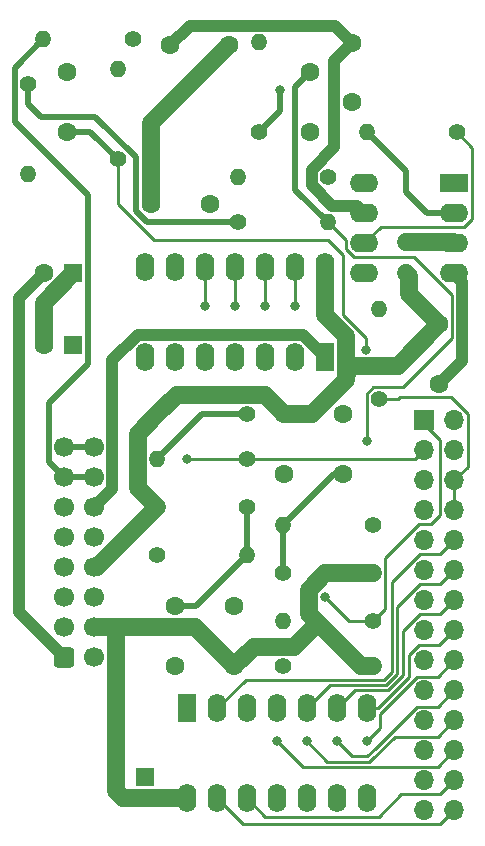
<source format=gbr>
%TF.GenerationSoftware,KiCad,Pcbnew,(5.1.10)-1*%
%TF.CreationDate,2022-02-04T18:42:06-05:00*%
%TF.ProjectId,OutputBoard,4f757470-7574-4426-9f61-72642e6b6963,rev?*%
%TF.SameCoordinates,Original*%
%TF.FileFunction,Copper,L1,Top*%
%TF.FilePolarity,Positive*%
%FSLAX46Y46*%
G04 Gerber Fmt 4.6, Leading zero omitted, Abs format (unit mm)*
G04 Created by KiCad (PCBNEW (5.1.10)-1) date 2022-02-04 18:42:06*
%MOMM*%
%LPD*%
G01*
G04 APERTURE LIST*
%TA.AperFunction,ComponentPad*%
%ADD10O,1.600000X2.400000*%
%TD*%
%TA.AperFunction,ComponentPad*%
%ADD11R,1.600000X2.400000*%
%TD*%
%TA.AperFunction,ComponentPad*%
%ADD12R,1.600000X1.600000*%
%TD*%
%TA.AperFunction,ComponentPad*%
%ADD13C,1.600000*%
%TD*%
%TA.AperFunction,ComponentPad*%
%ADD14C,1.700000*%
%TD*%
%TA.AperFunction,ComponentPad*%
%ADD15R,1.700000X1.700000*%
%TD*%
%TA.AperFunction,ComponentPad*%
%ADD16O,1.700000X1.700000*%
%TD*%
%TA.AperFunction,ComponentPad*%
%ADD17C,1.400000*%
%TD*%
%TA.AperFunction,ComponentPad*%
%ADD18O,1.400000X1.400000*%
%TD*%
%TA.AperFunction,ComponentPad*%
%ADD19R,2.400000X1.600000*%
%TD*%
%TA.AperFunction,ComponentPad*%
%ADD20O,2.400000X1.600000*%
%TD*%
%TA.AperFunction,ViaPad*%
%ADD21C,1.500000*%
%TD*%
%TA.AperFunction,ViaPad*%
%ADD22C,0.800000*%
%TD*%
%TA.AperFunction,Conductor*%
%ADD23C,1.000000*%
%TD*%
%TA.AperFunction,Conductor*%
%ADD24C,1.500000*%
%TD*%
%TA.AperFunction,Conductor*%
%ADD25C,0.500000*%
%TD*%
%TA.AperFunction,Conductor*%
%ADD26C,0.250000*%
%TD*%
G04 APERTURE END LIST*
D10*
%TO.P,U2,14*%
%TO.N,GND*%
X72136000Y-49530000D03*
%TO.P,U2,7*%
%TO.N,LED4_1*%
X56896000Y-57150000D03*
%TO.P,U2,13*%
%TO.N,LED10_1*%
X69596000Y-49530000D03*
%TO.P,U2,6*%
%TO.N,LED3_1*%
X59436000Y-57150000D03*
%TO.P,U2,12*%
%TO.N,LED9_1*%
X67056000Y-49530000D03*
%TO.P,U2,5*%
%TO.N,LED2_1*%
X61976000Y-57150000D03*
%TO.P,U2,11*%
%TO.N,LED8_1*%
X64516000Y-49530000D03*
%TO.P,U2,4*%
%TO.N,Net-(U2-Pad4)*%
X64516000Y-57150000D03*
%TO.P,U2,10*%
%TO.N,LED7_1*%
X61976000Y-49530000D03*
%TO.P,U2,3*%
%TO.N,Net-(C4-Pad1)*%
X67056000Y-57150000D03*
%TO.P,U2,9*%
%TO.N,LED6_1*%
X59436000Y-49530000D03*
%TO.P,U2,2*%
%TO.N,LED1_1*%
X69596000Y-57150000D03*
%TO.P,U2,8*%
%TO.N,LED5_1*%
X56896000Y-49530000D03*
D11*
%TO.P,U2,1*%
%TO.N,+5V*%
X72136000Y-57150000D03*
%TD*%
D12*
%TO.P,C1,1*%
%TO.N,+5V*%
X56896000Y-92710000D03*
D13*
%TO.P,C1,2*%
%TO.N,GND*%
X54396000Y-92710000D03*
%TD*%
%TO.P,C2,2*%
%TO.N,GND*%
X48300000Y-56134000D03*
D12*
%TO.P,C2,1*%
%TO.N,+12V*%
X50800000Y-56134000D03*
%TD*%
%TO.P,C5,1*%
%TO.N,GND*%
X50800000Y-50038000D03*
D13*
%TO.P,C5,2*%
%TO.N,-12V*%
X48300000Y-50038000D03*
%TD*%
%TO.P,C6,2*%
%TO.N,GND*%
X64436000Y-83312000D03*
%TO.P,C6,1*%
%TO.N,+5V*%
X59436000Y-83312000D03*
%TD*%
%TO.P,C7,2*%
%TO.N,GND*%
X68660000Y-61976000D03*
%TO.P,C7,1*%
%TO.N,+5V*%
X73660000Y-61976000D03*
%TD*%
%TO.P,C8,1*%
%TO.N,Left_phone*%
X70866000Y-33020000D03*
%TO.P,C8,2*%
%TO.N,Net-(C8-Pad2)*%
X70866000Y-38020000D03*
%TD*%
%TO.P,C9,1*%
%TO.N,GND*%
X57404000Y-44196000D03*
%TO.P,C9,2*%
%TO.N,-12V*%
X62404000Y-44196000D03*
%TD*%
%TO.P,C10,2*%
%TO.N,+12V*%
X74422000Y-30560000D03*
%TO.P,C10,1*%
%TO.N,GND*%
X74422000Y-35560000D03*
%TD*%
%TO.P,C11,1*%
%TO.N,GND*%
X81788000Y-54356000D03*
%TO.P,C11,2*%
%TO.N,-12V*%
X81788000Y-59356000D03*
%TD*%
%TO.P,C12,2*%
%TO.N,+12V*%
X59008000Y-30734000D03*
%TO.P,C12,1*%
%TO.N,GND*%
X64008000Y-30734000D03*
%TD*%
%TO.P,C13,2*%
%TO.N,Right_phone*%
X50292000Y-38020000D03*
%TO.P,C13,1*%
%TO.N,Net-(C13-Pad1)*%
X50292000Y-33020000D03*
%TD*%
%TO.P,J1,1*%
%TO.N,-12V*%
%TA.AperFunction,ComponentPad*%
G36*
G01*
X49188000Y-83150000D02*
X49188000Y-81950000D01*
G75*
G02*
X49438000Y-81700000I250000J0D01*
G01*
X50638000Y-81700000D01*
G75*
G02*
X50888000Y-81950000I0J-250000D01*
G01*
X50888000Y-83150000D01*
G75*
G02*
X50638000Y-83400000I-250000J0D01*
G01*
X49438000Y-83400000D01*
G75*
G02*
X49188000Y-83150000I0J250000D01*
G01*
G37*
%TD.AperFunction*%
D14*
%TO.P,J1,3*%
%TO.N,GND*%
X50038000Y-80010000D03*
%TO.P,J1,5*%
X50038000Y-77470000D03*
%TO.P,J1,7*%
X50038000Y-74930000D03*
%TO.P,J1,9*%
%TO.N,+12V*%
X50038000Y-72390000D03*
%TO.P,J1,11*%
%TO.N,+5V*%
X50038000Y-69850000D03*
%TO.P,J1,13*%
%TO.N,Right*%
X50038000Y-67310000D03*
%TO.P,J1,15*%
%TO.N,Left*%
X50038000Y-64770000D03*
%TO.P,J1,2*%
%TO.N,-12V*%
X52578000Y-82550000D03*
%TO.P,J1,4*%
%TO.N,GND*%
X52578000Y-80010000D03*
%TO.P,J1,6*%
X52578000Y-77470000D03*
%TO.P,J1,8*%
X52578000Y-74930000D03*
%TO.P,J1,10*%
%TO.N,+12V*%
X52578000Y-72390000D03*
%TO.P,J1,12*%
%TO.N,+5V*%
X52578000Y-69850000D03*
%TO.P,J1,14*%
%TO.N,Right*%
X52578000Y-67310000D03*
%TO.P,J1,16*%
%TO.N,Left*%
X52578000Y-64770000D03*
%TD*%
D15*
%TO.P,J3,1*%
%TO.N,Right*%
X80518000Y-62484000D03*
D16*
%TO.P,J3,2*%
%TO.N,GND*%
X83058000Y-62484000D03*
%TO.P,J3,3*%
%TO.N,Left*%
X80518000Y-65024000D03*
%TO.P,J3,4*%
%TO.N,GND*%
X83058000Y-65024000D03*
%TO.P,J3,5*%
%TO.N,Right_phone*%
X80518000Y-67564000D03*
%TO.P,J3,6*%
%TO.N,Mono_Line*%
X83058000Y-67564000D03*
%TO.P,J3,7*%
%TO.N,Left_phone*%
X80518000Y-70104000D03*
%TO.P,J3,8*%
%TO.N,Mono_Line*%
X83058000Y-70104000D03*
%TO.P,J3,9*%
%TO.N,LED1_1*%
X80518000Y-72644000D03*
%TO.P,J3,10*%
%TO.N,LED1_2*%
X83058000Y-72644000D03*
%TO.P,J3,11*%
%TO.N,LED2_1*%
X80518000Y-75184000D03*
%TO.P,J3,12*%
%TO.N,LED2_2*%
X83058000Y-75184000D03*
%TO.P,J3,13*%
%TO.N,LED3_1*%
X80518000Y-77724000D03*
%TO.P,J3,14*%
%TO.N,LED3_2*%
X83058000Y-77724000D03*
%TO.P,J3,15*%
%TO.N,LED4_1*%
X80518000Y-80264000D03*
%TO.P,J3,16*%
%TO.N,LED4_2*%
X83058000Y-80264000D03*
%TO.P,J3,17*%
%TO.N,LED5_1*%
X80518000Y-82804000D03*
%TO.P,J3,18*%
%TO.N,LED5_2*%
X83058000Y-82804000D03*
%TO.P,J3,19*%
%TO.N,LED6_1*%
X80518000Y-85344000D03*
%TO.P,J3,20*%
%TO.N,LED6_2*%
X83058000Y-85344000D03*
%TO.P,J3,21*%
%TO.N,LED7_1*%
X80518000Y-87884000D03*
%TO.P,J3,22*%
%TO.N,LED7_2*%
X83058000Y-87884000D03*
%TO.P,J3,23*%
%TO.N,LED8_1*%
X80518000Y-90424000D03*
%TO.P,J3,24*%
%TO.N,LED8_2*%
X83058000Y-90424000D03*
%TO.P,J3,25*%
%TO.N,LED9_1*%
X80518000Y-92964000D03*
%TO.P,J3,26*%
%TO.N,LED9_2*%
X83058000Y-92964000D03*
%TO.P,J3,27*%
%TO.N,LED10_1*%
X80518000Y-95504000D03*
%TO.P,J3,28*%
%TO.N,LED10_2*%
X83058000Y-95504000D03*
%TD*%
D17*
%TO.P,R1,1*%
%TO.N,Right*%
X76200000Y-79502000D03*
D18*
%TO.P,R1,2*%
%TO.N,Net-(C3-Pad2)*%
X68580000Y-79502000D03*
%TD*%
%TO.P,R2,2*%
%TO.N,GND*%
X76200000Y-83312000D03*
D17*
%TO.P,R2,1*%
%TO.N,Net-(C3-Pad2)*%
X68580000Y-83312000D03*
%TD*%
%TO.P,R3,1*%
%TO.N,Left*%
X65532000Y-65786000D03*
D18*
%TO.P,R3,2*%
%TO.N,Net-(C4-Pad2)*%
X57912000Y-65786000D03*
%TD*%
%TO.P,R4,2*%
%TO.N,GND*%
X57912000Y-61976000D03*
D17*
%TO.P,R4,1*%
%TO.N,Net-(C4-Pad2)*%
X65532000Y-61976000D03*
%TD*%
%TO.P,R5,1*%
%TO.N,+5V*%
X57912000Y-73914000D03*
D18*
%TO.P,R5,2*%
%TO.N,Net-(C3-Pad1)*%
X65532000Y-73914000D03*
%TD*%
%TO.P,R6,2*%
%TO.N,GND*%
X57912000Y-69850000D03*
D17*
%TO.P,R6,1*%
%TO.N,Net-(C3-Pad1)*%
X65532000Y-69850000D03*
%TD*%
D18*
%TO.P,R7,2*%
%TO.N,Net-(C4-Pad1)*%
X68580000Y-71374000D03*
D17*
%TO.P,R7,1*%
%TO.N,+5V*%
X76200000Y-71374000D03*
%TD*%
%TO.P,R8,1*%
%TO.N,Net-(C4-Pad1)*%
X68580000Y-75438000D03*
D18*
%TO.P,R8,2*%
%TO.N,GND*%
X76200000Y-75438000D03*
%TD*%
%TO.P,R9,2*%
%TO.N,Left*%
X64770000Y-41910000D03*
D17*
%TO.P,R9,1*%
%TO.N,Net-(C8-Pad2)*%
X72390000Y-41910000D03*
%TD*%
%TO.P,R10,1*%
%TO.N,Net-(C8-Pad2)*%
X66548000Y-38100000D03*
D18*
%TO.P,R10,2*%
%TO.N,Left_phone*%
X66548000Y-30480000D03*
%TD*%
D17*
%TO.P,R11,1*%
%TO.N,Net-(R11-Pad1)*%
X64770000Y-45720000D03*
D18*
%TO.P,R11,2*%
%TO.N,Left_phone*%
X72390000Y-45720000D03*
%TD*%
%TO.P,R12,2*%
%TO.N,Right_phone*%
X46990000Y-41656000D03*
D17*
%TO.P,R12,1*%
%TO.N,Net-(R11-Pad1)*%
X46990000Y-34036000D03*
%TD*%
D18*
%TO.P,R13,2*%
%TO.N,Net-(R11-Pad1)*%
X75692000Y-38100000D03*
D17*
%TO.P,R13,1*%
%TO.N,Net-(R13-Pad1)*%
X83312000Y-38100000D03*
%TD*%
%TO.P,R14,1*%
%TO.N,Mono_Line*%
X76708000Y-60706000D03*
D18*
%TO.P,R14,2*%
%TO.N,Net-(R13-Pad1)*%
X76708000Y-53086000D03*
%TD*%
%TO.P,R15,2*%
%TO.N,Net-(C13-Pad1)*%
X54610000Y-32766000D03*
D17*
%TO.P,R15,1*%
%TO.N,Right_phone*%
X54610000Y-40386000D03*
%TD*%
%TO.P,R16,1*%
%TO.N,Net-(C13-Pad1)*%
X55880000Y-30226000D03*
D18*
%TO.P,R16,2*%
%TO.N,Right*%
X48260000Y-30226000D03*
%TD*%
D11*
%TO.P,U1,1*%
%TO.N,+5V*%
X60452000Y-86868000D03*
D10*
%TO.P,U1,8*%
%TO.N,LED5_2*%
X75692000Y-94488000D03*
%TO.P,U1,2*%
%TO.N,LED1_2*%
X62992000Y-86868000D03*
%TO.P,U1,9*%
%TO.N,LED6_2*%
X73152000Y-94488000D03*
%TO.P,U1,3*%
%TO.N,Net-(C3-Pad1)*%
X65532000Y-86868000D03*
%TO.P,U1,10*%
%TO.N,LED7_2*%
X70612000Y-94488000D03*
%TO.P,U1,4*%
%TO.N,Net-(U1-Pad4)*%
X68072000Y-86868000D03*
%TO.P,U1,11*%
%TO.N,LED8_2*%
X68072000Y-94488000D03*
%TO.P,U1,5*%
%TO.N,LED2_2*%
X70612000Y-86868000D03*
%TO.P,U1,12*%
%TO.N,LED9_2*%
X65532000Y-94488000D03*
%TO.P,U1,6*%
%TO.N,LED3_2*%
X73152000Y-86868000D03*
%TO.P,U1,13*%
%TO.N,LED10_2*%
X62992000Y-94488000D03*
%TO.P,U1,7*%
%TO.N,LED4_2*%
X75692000Y-86868000D03*
%TO.P,U1,14*%
%TO.N,GND*%
X60452000Y-94488000D03*
%TD*%
D19*
%TO.P,U3,1*%
%TO.N,Net-(U3-Pad1)*%
X83058000Y-42418000D03*
D20*
%TO.P,U3,5*%
%TO.N,Net-(U3-Pad5)*%
X75438000Y-50038000D03*
%TO.P,U3,2*%
%TO.N,Net-(R11-Pad1)*%
X83058000Y-44958000D03*
%TO.P,U3,6*%
%TO.N,Net-(R13-Pad1)*%
X75438000Y-47498000D03*
%TO.P,U3,3*%
%TO.N,GND*%
X83058000Y-47498000D03*
%TO.P,U3,7*%
%TO.N,+12V*%
X75438000Y-44958000D03*
%TO.P,U3,4*%
%TO.N,-12V*%
X83058000Y-50038000D03*
%TO.P,U3,8*%
%TO.N,Net-(U3-Pad8)*%
X75438000Y-42418000D03*
%TD*%
D13*
%TO.P,C3,2*%
%TO.N,Net-(C3-Pad2)*%
X64436000Y-78232000D03*
%TO.P,C3,1*%
%TO.N,Net-(C3-Pad1)*%
X59436000Y-78232000D03*
%TD*%
%TO.P,C4,1*%
%TO.N,Net-(C4-Pad1)*%
X73660000Y-67056000D03*
%TO.P,C4,2*%
%TO.N,Net-(C4-Pad2)*%
X68660000Y-67056000D03*
%TD*%
D21*
%TO.N,GND*%
X78994000Y-50038000D03*
X78994000Y-47371000D03*
D22*
%TO.N,Left_phone*%
X75682999Y-64252999D03*
%TO.N,Net-(C8-Pad2)*%
X68326000Y-34544000D03*
%TO.N,Right_phone*%
X75565000Y-56515000D03*
%TO.N,Right*%
X72136000Y-77470000D03*
%TO.N,Left*%
X60452000Y-65786000D03*
%TO.N,LED5_2*%
X75692000Y-89662000D03*
%TO.N,LED6_2*%
X73152000Y-89662000D03*
%TO.N,LED7_1*%
X61976000Y-52832000D03*
%TO.N,LED7_2*%
X70612000Y-89662000D03*
%TO.N,LED8_1*%
X64516000Y-52832000D03*
%TO.N,LED8_2*%
X68072000Y-89662000D03*
%TO.N,LED9_1*%
X67056000Y-52832000D03*
%TO.N,LED10_1*%
X69596000Y-52832000D03*
%TD*%
D23*
%TO.N,+5V*%
X56274676Y-55249990D02*
X54128001Y-57396665D01*
X54128001Y-57396665D02*
X54128001Y-68299999D01*
X70235990Y-55249990D02*
X56274676Y-55249990D01*
X54128001Y-68299999D02*
X52578000Y-69850000D01*
X72136000Y-57150000D02*
X70235990Y-55249990D01*
D24*
%TO.N,GND*%
X52832000Y-74930000D02*
X57912000Y-69850000D01*
X52578000Y-74930000D02*
X52832000Y-74930000D01*
X56261999Y-63626001D02*
X57912000Y-61976000D01*
X56261999Y-68199999D02*
X56261999Y-63626001D01*
X57912000Y-69850000D02*
X56261999Y-68199999D01*
X67009999Y-60325999D02*
X68660000Y-61976000D01*
X59562001Y-60325999D02*
X67009999Y-60325999D01*
X57912000Y-61976000D02*
X59562001Y-60325999D01*
X48300000Y-52538000D02*
X50800000Y-50038000D01*
X48300000Y-56134000D02*
X48300000Y-52538000D01*
X57404000Y-37338000D02*
X64008000Y-30734000D01*
X57404000Y-44196000D02*
X57404000Y-37338000D01*
X71020002Y-61976000D02*
X73914000Y-59082002D01*
X68660000Y-61976000D02*
X71020002Y-61976000D01*
X72136000Y-53594000D02*
X72136000Y-49530000D01*
X73914000Y-55372000D02*
X72136000Y-53594000D01*
X73960999Y-58627001D02*
X73914000Y-58674000D01*
X73914000Y-59082002D02*
X73914000Y-58674000D01*
X73960999Y-57865001D02*
X73914000Y-57912000D01*
X78278999Y-57865001D02*
X73960999Y-57865001D01*
X81788000Y-54356000D02*
X78278999Y-57865001D01*
X73914000Y-57912000D02*
X73914000Y-55372000D01*
X73914000Y-58674000D02*
X73914000Y-57912000D01*
X72169998Y-75438000D02*
X76149991Y-75438000D01*
X70785999Y-76821999D02*
X72169998Y-75438000D01*
X70785999Y-78887948D02*
X70785999Y-76821999D01*
X76200000Y-83312000D02*
X75210051Y-83312000D01*
X69468001Y-81661999D02*
X71514025Y-79615975D01*
X66086001Y-81661999D02*
X69468001Y-81661999D01*
X64436000Y-83312000D02*
X66086001Y-81661999D01*
X71514025Y-79615975D02*
X70785999Y-78887948D01*
X75210051Y-83312000D02*
X71514025Y-79615975D01*
X64436000Y-83312000D02*
X61134000Y-80010000D01*
X54396000Y-93841370D02*
X54396000Y-92710000D01*
X55042630Y-94488000D02*
X54396000Y-93841370D01*
X60452000Y-94488000D02*
X55042630Y-94488000D01*
X54396000Y-92710000D02*
X54396000Y-80224000D01*
X54610000Y-80010000D02*
X52578000Y-80010000D01*
X54396000Y-80224000D02*
X54610000Y-80010000D01*
X61134000Y-80010000D02*
X54610000Y-80010000D01*
X81788000Y-54356000D02*
X79248000Y-51816000D01*
X79248000Y-50292000D02*
X78994000Y-50038000D01*
X79248000Y-51816000D02*
X79248000Y-50292000D01*
X82931000Y-47371000D02*
X83058000Y-47498000D01*
X78994000Y-47371000D02*
X82931000Y-47371000D01*
D23*
%TO.N,+12V*%
X60662001Y-29079999D02*
X59008000Y-30734000D01*
X72941999Y-29079999D02*
X60662001Y-29079999D01*
X74422000Y-30560000D02*
X72941999Y-29079999D01*
X74799999Y-44319999D02*
X75438000Y-44958000D01*
X72727997Y-44319999D02*
X74799999Y-44319999D01*
X70989999Y-41237999D02*
X70989999Y-42582001D01*
X70989999Y-42582001D02*
X72727997Y-44319999D01*
X72921999Y-39305999D02*
X70989999Y-41237999D01*
X72921999Y-32060001D02*
X72921999Y-39305999D01*
X74422000Y-30560000D02*
X72921999Y-32060001D01*
D25*
%TO.N,Net-(C3-Pad1)*%
X65532000Y-69850000D02*
X65532000Y-73914000D01*
X61214000Y-78232000D02*
X65532000Y-73914000D01*
X59436000Y-78232000D02*
X61214000Y-78232000D01*
%TO.N,Net-(C4-Pad1)*%
X72898000Y-67056000D02*
X73660000Y-67056000D01*
X68580000Y-71374000D02*
X72898000Y-67056000D01*
X68580000Y-75438000D02*
X68580000Y-71374000D01*
%TO.N,Net-(C4-Pad2)*%
X61722000Y-61976000D02*
X57912000Y-65786000D01*
X65532000Y-61976000D02*
X61722000Y-61976000D01*
D23*
%TO.N,-12V*%
X50038000Y-82550000D02*
X46228000Y-78740000D01*
X46228000Y-52110000D02*
X48300000Y-50038000D01*
X46228000Y-78740000D02*
X46228000Y-52110000D01*
X83738011Y-50718011D02*
X83058000Y-50038000D01*
X83738011Y-57405989D02*
X83738011Y-50718011D01*
X81788000Y-59356000D02*
X83738011Y-57405989D01*
D26*
%TO.N,Left_phone*%
X72390000Y-45720000D02*
X73912990Y-47242990D01*
X73912990Y-47963994D02*
X74572006Y-48623010D01*
X73912990Y-47242990D02*
X73912990Y-47963994D01*
X74572006Y-48623010D02*
X76014014Y-48623010D01*
X75682999Y-64252999D02*
X75682999Y-64252999D01*
D25*
X69615999Y-34270001D02*
X70866000Y-33020000D01*
X69615999Y-42945999D02*
X69615999Y-34270001D01*
X72390000Y-45720000D02*
X69615999Y-42945999D01*
D26*
X82913001Y-53815999D02*
X82913001Y-55516999D01*
X76014014Y-48623010D02*
X77720012Y-48623010D01*
X82913001Y-55516999D02*
X79756000Y-58674000D01*
X76215999Y-59680999D02*
X75682999Y-60213999D01*
X75682999Y-60213999D02*
X75682999Y-64252999D01*
X78749001Y-59680999D02*
X76215999Y-59680999D01*
X79756000Y-58674000D02*
X78749001Y-59680999D01*
X77720012Y-48623010D02*
X79652006Y-48623010D01*
X82913001Y-51884005D02*
X82913001Y-53815999D01*
X79652006Y-48623010D02*
X82913001Y-51884005D01*
D25*
%TO.N,Net-(C8-Pad2)*%
X68326000Y-36322000D02*
X66548000Y-38100000D01*
X68326000Y-34544000D02*
X68326000Y-36322000D01*
%TO.N,Right_phone*%
X52244000Y-38020000D02*
X54610000Y-40386000D01*
X50292000Y-38020000D02*
X52244000Y-38020000D01*
D26*
X54610000Y-44196000D02*
X54610000Y-40386000D01*
X57658000Y-47244000D02*
X54610000Y-44196000D01*
X72390000Y-47244000D02*
X57658000Y-47244000D01*
X73660000Y-48514000D02*
X72390000Y-47244000D01*
X75565000Y-55499000D02*
X73660000Y-53594000D01*
X73660000Y-53594000D02*
X73660000Y-48514000D01*
X75565000Y-56515000D02*
X75565000Y-55499000D01*
D25*
%TO.N,Right*%
X52578000Y-67310000D02*
X50038000Y-67310000D01*
X48737999Y-66009999D02*
X50038000Y-67310000D01*
X48737999Y-60990001D02*
X48737999Y-66009999D01*
X52050001Y-57677999D02*
X48737999Y-60990001D01*
X45839999Y-37203999D02*
X52050001Y-43414001D01*
X45839999Y-32646001D02*
X45839999Y-37203999D01*
X52050001Y-43414001D02*
X52050001Y-57677999D01*
X48260000Y-30226000D02*
X45839999Y-32646001D01*
D26*
X81082001Y-71279001D02*
X81882999Y-70478003D01*
X80104999Y-71279001D02*
X81082001Y-71279001D01*
X81882999Y-70478003D02*
X81882999Y-64167001D01*
X77225001Y-74158999D02*
X80104999Y-71279001D01*
X77225001Y-78476999D02*
X77225001Y-74158999D01*
X76200000Y-79502000D02*
X77225001Y-78476999D01*
X80518000Y-62802002D02*
X80518000Y-62484000D01*
X81882999Y-64167001D02*
X80518000Y-62802002D01*
X76200000Y-79502000D02*
X74168000Y-79502000D01*
X72263000Y-77597000D02*
X72136000Y-77470000D01*
X74168000Y-79502000D02*
X72263000Y-77597000D01*
X72136000Y-77470000D02*
X72136000Y-77470000D01*
D25*
%TO.N,Left*%
X50038000Y-64770000D02*
X52578000Y-64770000D01*
X52324000Y-64516000D02*
X52578000Y-64770000D01*
D26*
X79756000Y-65786000D02*
X80518000Y-65024000D01*
X65532000Y-65786000D02*
X79756000Y-65786000D01*
X60452000Y-65786000D02*
X65532000Y-65786000D01*
%TO.N,Mono_Line*%
X82794003Y-60481001D02*
X78515001Y-60481001D01*
X84233001Y-61919999D02*
X82794003Y-60481001D01*
X84233001Y-66388999D02*
X84233001Y-61919999D01*
X83058000Y-67564000D02*
X84233001Y-66388999D01*
X78290002Y-60706000D02*
X76708000Y-60706000D01*
X78515001Y-60481001D02*
X78290002Y-60706000D01*
X83058000Y-70104000D02*
X83058000Y-67564000D01*
%TO.N,LED1_2*%
X65417030Y-84442970D02*
X77096190Y-84442970D01*
X62992000Y-86868000D02*
X65417030Y-84442970D01*
X81882999Y-73819001D02*
X83058000Y-72644000D01*
X80143997Y-73819001D02*
X81882999Y-73819001D01*
X77781990Y-76181008D02*
X80143997Y-73819001D01*
X77781990Y-83757170D02*
X77781990Y-76181008D01*
X77096190Y-84442970D02*
X77781990Y-83757170D01*
%TO.N,LED2_2*%
X70612000Y-86868000D02*
X72587020Y-84892980D01*
X72587020Y-84892980D02*
X77282590Y-84892980D01*
X77282590Y-84892980D02*
X78232000Y-83943570D01*
X81882999Y-76359001D02*
X83058000Y-75184000D01*
X80143997Y-76359001D02*
X81882999Y-76359001D01*
X78232000Y-78270998D02*
X80143997Y-76359001D01*
X78232000Y-83943570D02*
X78232000Y-78270998D01*
%TO.N,LED3_2*%
X74677010Y-85342990D02*
X77468990Y-85342990D01*
X73152000Y-86868000D02*
X74677010Y-85342990D01*
X77468990Y-85342990D02*
X78737980Y-84074000D01*
X81882999Y-78899001D02*
X83058000Y-77724000D01*
X80143997Y-78899001D02*
X81882999Y-78899001D01*
X78737980Y-80305018D02*
X80143997Y-78899001D01*
X78737980Y-84074000D02*
X78737980Y-80305018D01*
%TO.N,LED4_2*%
X75692000Y-86868000D02*
X76618588Y-86868000D01*
X76618588Y-86868000D02*
X79248000Y-84238588D01*
X81788000Y-81534000D02*
X83058000Y-80264000D01*
X80048998Y-81534000D02*
X81788000Y-81534000D01*
X79248000Y-82334998D02*
X80048998Y-81534000D01*
X79248000Y-84238588D02*
X79248000Y-82334998D01*
%TO.N,LED5_2*%
X76817010Y-87305988D02*
X76817010Y-88536990D01*
X79953999Y-84168999D02*
X76817010Y-87305988D01*
X81693001Y-84168999D02*
X79953999Y-84168999D01*
X83058000Y-82804000D02*
X81693001Y-84168999D01*
X76817010Y-88536990D02*
X75692000Y-89662000D01*
X75692000Y-89662000D02*
X75692000Y-89662000D01*
%TO.N,LED6_2*%
X79953999Y-86708999D02*
X76454000Y-90208998D01*
X81693001Y-86708999D02*
X79953999Y-86708999D01*
X83058000Y-85344000D02*
X81693001Y-86708999D01*
X76454000Y-90208998D02*
X76415002Y-90208998D01*
X76415002Y-90208998D02*
X75692000Y-90932000D01*
X75692000Y-90932000D02*
X74422000Y-90932000D01*
X74422000Y-90932000D02*
X73152000Y-89662000D01*
X73152000Y-89662000D02*
X73152000Y-89662000D01*
%TO.N,LED7_1*%
X61976000Y-52832000D02*
X61976000Y-49530000D01*
%TO.N,LED7_2*%
X75878400Y-91382010D02*
X72332010Y-91382010D01*
X76113408Y-91186000D02*
X76074410Y-91186000D01*
X78050409Y-89248999D02*
X76113408Y-91186000D01*
X81693001Y-89248999D02*
X78050409Y-89248999D01*
X76074410Y-91186000D02*
X75878400Y-91382010D01*
X83058000Y-87884000D02*
X81693001Y-89248999D01*
X72332010Y-91382010D02*
X70612000Y-89662000D01*
X70612000Y-89662000D02*
X70612000Y-89662000D01*
%TO.N,LED8_1*%
X64516000Y-49530000D02*
X64516000Y-51816000D01*
X64516000Y-51816000D02*
X64516000Y-52832000D01*
%TO.N,LED8_2*%
X83058000Y-90424000D02*
X81693001Y-91788999D01*
X76064800Y-91832020D02*
X70242020Y-91832020D01*
X76107821Y-91788999D02*
X76064800Y-91832020D01*
X81693001Y-91788999D02*
X76107821Y-91788999D01*
X70242020Y-91832020D02*
X68072000Y-89662000D01*
X68072000Y-89662000D02*
X68072000Y-89662000D01*
%TO.N,LED9_1*%
X67056000Y-49530000D02*
X67056000Y-51816000D01*
X67056000Y-51816000D02*
X67056000Y-52832000D01*
%TO.N,LED9_2*%
X67057010Y-96013010D02*
X65532000Y-94488000D01*
X76706990Y-96013010D02*
X67057010Y-96013010D01*
X78580999Y-94139001D02*
X76706990Y-96013010D01*
X81882999Y-94139001D02*
X78580999Y-94139001D01*
X83058000Y-92964000D02*
X81882999Y-94139001D01*
%TO.N,LED10_1*%
X69596000Y-49530000D02*
X69596000Y-51816000D01*
X69596000Y-51816000D02*
X69596000Y-52832000D01*
%TO.N,LED10_2*%
X65183001Y-96679001D02*
X81882999Y-96679001D01*
X81882999Y-96679001D02*
X83058000Y-95504000D01*
X62992000Y-94488000D02*
X65183001Y-96679001D01*
D25*
%TO.N,Net-(R11-Pad1)*%
X83058000Y-44958000D02*
X80772000Y-44958000D01*
X80772000Y-44958000D02*
X78994000Y-43180000D01*
X78994000Y-41402000D02*
X75692000Y-38100000D01*
X78994000Y-43180000D02*
X78994000Y-41402000D01*
X57077998Y-45720000D02*
X56134000Y-44776002D01*
X64770000Y-45720000D02*
X57077998Y-45720000D01*
X52696001Y-36769999D02*
X48066001Y-36769999D01*
X56134000Y-40207998D02*
X52696001Y-36769999D01*
X56134000Y-44776002D02*
X56134000Y-40207998D01*
X46990000Y-35693998D02*
X46990000Y-34036000D01*
X48066001Y-36769999D02*
X46990000Y-35693998D01*
D26*
%TO.N,Net-(R13-Pad1)*%
X84583010Y-45423994D02*
X84583010Y-39371010D01*
X83923994Y-46083010D02*
X84583010Y-45423994D01*
X76852990Y-46083010D02*
X83923994Y-46083010D01*
X84583010Y-39371010D02*
X83312000Y-38100000D01*
X75438000Y-47498000D02*
X76852990Y-46083010D01*
%TD*%
M02*

</source>
